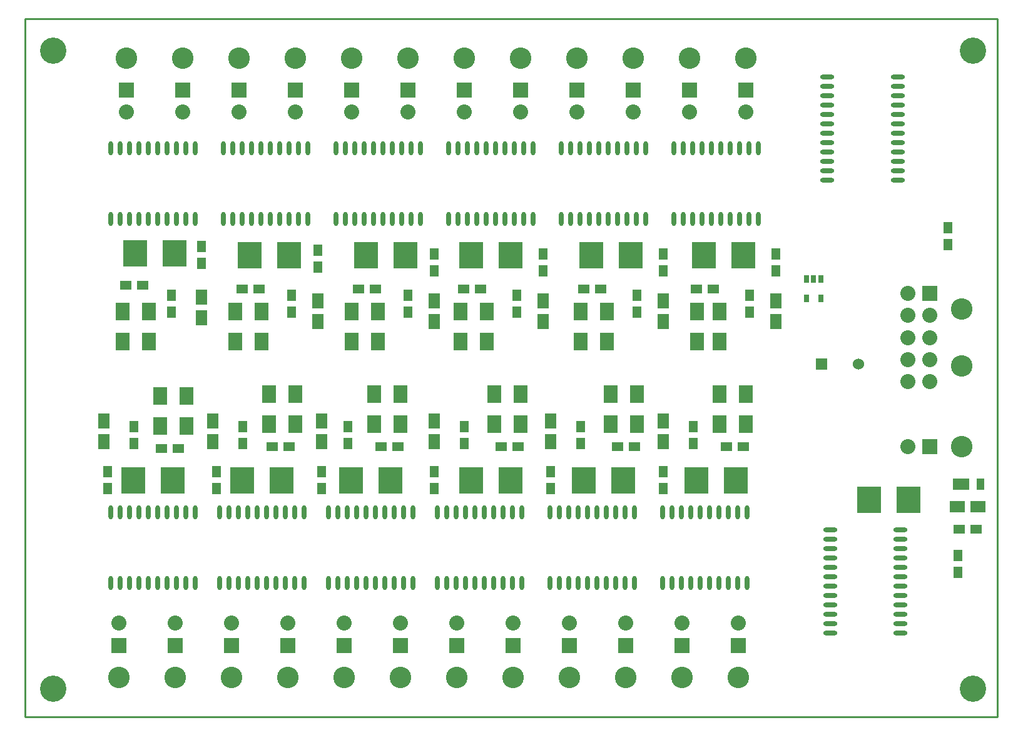
<source format=gts>
*
*
G04 PADS VX.1.1 Build Number: 678707 generated Gerber (RS-274-X) file*
G04 PC Version=2.1*
*
%IN "VM2000.pcb"*%
*
%MOIN*%
*
%FSLAX35Y35*%
*
*
*
*
G04 PC Standard Apertures*
*
*
G04 Thermal Relief Aperture macro.*
%AMTER*
1,1,$1,0,0*
1,0,$1-$2,0,0*
21,0,$3,$4,0,0,45*
21,0,$3,$4,0,0,135*
%
*
*
G04 Annular Aperture macro.*
%AMANN*
1,1,$1,0,0*
1,0,$2,0,0*
%
*
*
G04 Odd Aperture macro.*
%AMODD*
1,1,$1,0,0*
1,0,$1-0.005,0,0*
%
*
*
G04 PC Custom Aperture Macros*
*
*
*
*
*
*
G04 PC Aperture Table*
*
%ADD011C,0.01*%
%ADD015R,0.08X0.08*%
%ADD016C,0.08*%
%ADD021R,0.06X0.06*%
%ADD022C,0.06*%
%ADD057C,0.14*%
%ADD063C,0.115*%
%ADD090C,0.001*%
%ADD116R,0.05X0.06*%
%ADD117R,0.06X0.05*%
%ADD130R,0.06X0.08*%
%ADD156R,0.13X0.14*%
%ADD157R,0.08X0.06*%
%ADD158R,0.091X0.06*%
%ADD159R,0.04X0.06*%
%ADD160R,0.027X0.04*%
%ADD161O,0.024X0.074*%
%ADD162R,0.072X0.096*%
%ADD163O,0.074X0.024*%
*
*
*
*
G04 PC Circuitry*
G04 Layer Name VM2000.pcb - circuitry*
%LPD*%
*
*
G04 PC Custom Flashes*
G04 Layer Name VM2000.pcb - flashes*
%LPD*%
*
*
G04 PC Circuitry*
G04 Layer Name VM2000.pcb - circuitry*
%LPD*%
*
G54D11*
G01X100000Y100000D02*
Y472000D01*
X618000*
Y100000*
X100000*
G54D15*
X582000Y244000D03*
X360000Y138000D03*
X394000Y434000D03*
X454000D03*
X334000D03*
X450000Y138000D03*
X270000D03*
X330000D03*
X390000D03*
X582000Y325600D03*
X150000Y138000D03*
X180000D03*
X210000D03*
X240000D03*
X300000D03*
X420000D03*
X480000D03*
X484000Y434000D03*
X424000D03*
X364000D03*
X304000D03*
X274000D03*
X244000D03*
X214000D03*
X184000D03*
X154000D03*
G54D16*
X570200Y244000D03*
X360000Y149800D03*
X394000Y422200D03*
X454000D03*
X334000D03*
X450000Y149800D03*
X270000D03*
X330000D03*
X390000D03*
X570200Y325600D03*
X582000Y313800D03*
X570200D03*
X582000Y302000D03*
X570200D03*
X582000Y290200D03*
X570200D03*
X582000Y278400D03*
X570200D03*
X150000Y149800D03*
X180000D03*
X210000D03*
X240000D03*
X300000D03*
X420000D03*
X480000D03*
X484000Y422200D03*
X424000D03*
X364000D03*
X304000D03*
X274000D03*
X244000D03*
X214000D03*
X184000D03*
X154000D03*
G54D21*
X524200Y288000D03*
G54D22*
X543900D03*
G54D57*
X115000Y455000D03*
Y115000D03*
X605000D03*
Y455000D03*
G54D63*
X599000Y244000D03*
X360000Y121000D03*
X394000Y451000D03*
X454000D03*
X334000D03*
X450000Y121000D03*
X270000D03*
X330000D03*
X390000D03*
X599000Y317200D03*
Y286800D03*
X150000Y121000D03*
X180000D03*
X210000D03*
X240000D03*
X300000D03*
X420000D03*
X480000D03*
X484000Y451000D03*
X424000D03*
X364000D03*
X304000D03*
X274000D03*
X244000D03*
X214000D03*
X184000D03*
X154000D03*
G54D90*
G54D116*
X178000Y315500D03*
Y324500D03*
X426000Y315500D03*
Y324500D03*
X362000Y315500D03*
Y324500D03*
X304000Y315500D03*
Y324500D03*
X242000Y315500D03*
Y324500D03*
X500000Y337500D03*
Y346500D03*
X591500Y360500D03*
Y351500D03*
X318000Y230500D03*
Y221500D03*
X486000Y315500D03*
Y324500D03*
X158000Y254500D03*
Y245500D03*
X216000Y254500D03*
Y245500D03*
X396000Y254500D03*
Y245500D03*
X456000Y254500D03*
Y245500D03*
X272000Y254500D03*
Y245500D03*
X334000Y254500D03*
Y245500D03*
X440000Y337500D03*
Y346500D03*
X376000Y337500D03*
Y346500D03*
X318000Y337500D03*
Y346500D03*
X194000Y341500D03*
Y350500D03*
X256000Y339500D03*
Y348500D03*
X440000Y230500D03*
Y221500D03*
X380000Y230500D03*
Y221500D03*
X258000Y230500D03*
Y221500D03*
X202000Y230500D03*
Y221500D03*
X144000Y230500D03*
Y221500D03*
X597000Y186000D03*
Y177000D03*
G54D117*
X162500Y330000D03*
X153500D03*
X224500Y328000D03*
X215500D03*
X353500Y244000D03*
X362500D03*
X342500Y328000D03*
X333500D03*
X172500Y243000D03*
X181500D03*
X231500Y244000D03*
X240500D03*
X289500D03*
X298500D03*
X415500D03*
X424500D03*
X473500D03*
X482500D03*
X466500Y328000D03*
X457500D03*
X406500D03*
X397500D03*
X286500D03*
X277500D03*
X606500Y200000D03*
X597500D03*
G54D130*
X258000Y246400D03*
Y257600D03*
X380000Y246400D03*
Y257600D03*
X440000Y246400D03*
Y257600D03*
X500000Y321600D03*
Y310400D03*
X376000Y321600D03*
Y310400D03*
X440000Y321600D03*
Y310400D03*
X318000Y321600D03*
Y310400D03*
X194000Y323600D03*
Y312400D03*
X256000Y321600D03*
Y310400D03*
X318000Y246400D03*
Y257600D03*
X200000Y246400D03*
Y257600D03*
X142000Y246400D03*
Y257600D03*
G54D156*
X570657Y215658D03*
X549657D03*
X158500Y347000D03*
X179500D03*
X281500Y346000D03*
X302500D03*
X461500D03*
X482500D03*
X337500D03*
X358500D03*
X178500Y226000D03*
X157500D03*
X236500D03*
X215500D03*
X294500D03*
X273500D03*
X478500D03*
X457500D03*
X219500Y346000D03*
X240500D03*
X418500Y226000D03*
X397500D03*
X358500D03*
X337500D03*
X401500Y346000D03*
X422500D03*
G54D157*
X596400Y212000D03*
X607600D03*
G54D158*
X598600Y224000D03*
G54D159*
X608700D03*
G54D160*
X523750Y333100D03*
X520000D03*
X516250D03*
Y322900D03*
X523750D03*
G54D161*
X319500Y171200D03*
X324500D03*
X329500D03*
X334500D03*
X339500D03*
X344500D03*
X349500D03*
X354500D03*
X359500D03*
X364500D03*
Y208800D03*
X359500D03*
X354500D03*
X349500D03*
X344500D03*
X339500D03*
X334500D03*
X329500D03*
X324500D03*
X319500D03*
X370500Y402800D03*
X365500D03*
X360500D03*
X355500D03*
X350500D03*
X345500D03*
X340500D03*
X335500D03*
X330500D03*
X325500D03*
Y365200D03*
X330500D03*
X335500D03*
X340500D03*
X345500D03*
X350500D03*
X355500D03*
X360500D03*
X365500D03*
X370500D03*
X490500Y402800D03*
X485500D03*
X480500D03*
X475500D03*
X470500D03*
X465500D03*
X460500D03*
X455500D03*
X450500D03*
X445500D03*
Y365200D03*
X450500D03*
X455500D03*
X460500D03*
X465500D03*
X470500D03*
X475500D03*
X480500D03*
X485500D03*
X490500D03*
X430500Y402800D03*
X425500D03*
X420500D03*
X415500D03*
X410500D03*
X405500D03*
X400500D03*
X395500D03*
X390500D03*
X385500D03*
Y365200D03*
X390500D03*
X395500D03*
X400500D03*
X405500D03*
X410500D03*
X415500D03*
X420500D03*
X425500D03*
X430500D03*
X261500Y171200D03*
X266500D03*
X271500D03*
X276500D03*
X281500D03*
X286500D03*
X291500D03*
X296500D03*
X301500D03*
X306500D03*
Y208800D03*
X301500D03*
X296500D03*
X291500D03*
X286500D03*
X281500D03*
X276500D03*
X271500D03*
X266500D03*
X261500D03*
X439500Y171200D03*
X444500D03*
X449500D03*
X454500D03*
X459500D03*
X464500D03*
X469500D03*
X474500D03*
X479500D03*
X484500D03*
Y208800D03*
X479500D03*
X474500D03*
X469500D03*
X464500D03*
X459500D03*
X454500D03*
X449500D03*
X444500D03*
X439500D03*
X145500Y171200D03*
X150500D03*
X155500D03*
X160500D03*
X165500D03*
X170500D03*
X175500D03*
X180500D03*
X185500D03*
X190500D03*
Y208800D03*
X185500D03*
X180500D03*
X175500D03*
X170500D03*
X165500D03*
X160500D03*
X155500D03*
X150500D03*
X145500D03*
X203500Y171200D03*
X208500D03*
X213500D03*
X218500D03*
X223500D03*
X228500D03*
X233500D03*
X238500D03*
X243500D03*
X248500D03*
Y208800D03*
X243500D03*
X238500D03*
X233500D03*
X228500D03*
X223500D03*
X218500D03*
X213500D03*
X208500D03*
X203500D03*
X379500Y171200D03*
X384500D03*
X389500D03*
X394500D03*
X399500D03*
X404500D03*
X409500D03*
X414500D03*
X419500D03*
X424500D03*
Y208800D03*
X419500D03*
X414500D03*
X409500D03*
X404500D03*
X399500D03*
X394500D03*
X389500D03*
X384500D03*
X379500D03*
X310500Y402800D03*
X305500D03*
X300500D03*
X295500D03*
X290500D03*
X285500D03*
X280500D03*
X275500D03*
X270500D03*
X265500D03*
Y365200D03*
X270500D03*
X275500D03*
X280500D03*
X285500D03*
X290500D03*
X295500D03*
X300500D03*
X305500D03*
X310500D03*
X250500Y402800D03*
X245500D03*
X240500D03*
X235500D03*
X230500D03*
X225500D03*
X220500D03*
X215500D03*
X210500D03*
X205500D03*
Y365200D03*
X210500D03*
X215500D03*
X220500D03*
X225500D03*
X230500D03*
X235500D03*
X240500D03*
X245500D03*
X250500D03*
X190500Y402800D03*
X185500D03*
X180500D03*
X175500D03*
X170500D03*
X165500D03*
X160500D03*
X155500D03*
X150500D03*
X145500D03*
Y365200D03*
X150500D03*
X155500D03*
X160500D03*
X165500D03*
X170500D03*
X175500D03*
X180500D03*
X185500D03*
X190500D03*
G54D162*
X470000Y316000D03*
Y300000D03*
X410000Y316000D03*
Y300000D03*
X226000Y316000D03*
Y300000D03*
X346000Y316000D03*
Y300000D03*
X288000Y316000D03*
Y300000D03*
X274000D03*
Y316000D03*
X166000D03*
Y300000D03*
X152000D03*
Y316000D03*
X300000Y272000D03*
Y256000D03*
X244000Y272000D03*
Y256000D03*
X364000Y272000D03*
Y256000D03*
X230000D03*
Y272000D03*
X286000Y256000D03*
Y272000D03*
X470000Y256000D03*
Y272000D03*
X412000Y256000D03*
Y272000D03*
X350000Y256000D03*
Y272000D03*
X172000Y255000D03*
Y271000D03*
X484000Y272000D03*
Y256000D03*
X332000Y300000D03*
Y316000D03*
X458000Y300000D03*
Y316000D03*
X396000Y300000D03*
Y316000D03*
X212000Y300000D03*
Y316000D03*
X426000Y272000D03*
Y256000D03*
X186000Y271000D03*
Y255000D03*
G54D163*
X527200Y441000D03*
Y436000D03*
Y431000D03*
Y426000D03*
Y421000D03*
Y416000D03*
Y411000D03*
Y406000D03*
Y401000D03*
Y396000D03*
Y391000D03*
Y386000D03*
X564800D03*
Y391000D03*
Y396000D03*
Y401000D03*
Y406000D03*
Y411000D03*
Y416000D03*
Y421000D03*
Y426000D03*
Y431000D03*
Y436000D03*
Y441000D03*
X528700Y199500D03*
Y194500D03*
Y189500D03*
Y184500D03*
Y179500D03*
Y174500D03*
Y169500D03*
Y164500D03*
Y159500D03*
Y154500D03*
Y149500D03*
Y144500D03*
X566300D03*
Y149500D03*
Y154500D03*
Y159500D03*
Y164500D03*
Y169500D03*
Y174500D03*
Y179500D03*
Y184500D03*
Y189500D03*
Y194500D03*
Y199500D03*
X0Y0D02*
M02*

</source>
